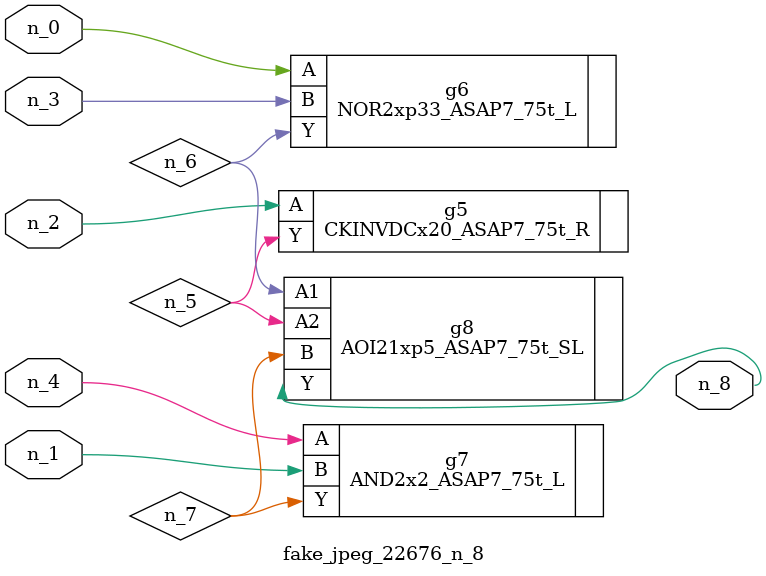
<source format=v>
module fake_jpeg_22676_n_8 (n_3, n_2, n_1, n_0, n_4, n_8);

input n_3;
input n_2;
input n_1;
input n_0;
input n_4;

output n_8;

wire n_6;
wire n_5;
wire n_7;

CKINVDCx20_ASAP7_75t_R g5 ( 
.A(n_2),
.Y(n_5)
);

NOR2xp33_ASAP7_75t_L g6 ( 
.A(n_0),
.B(n_3),
.Y(n_6)
);

AND2x2_ASAP7_75t_L g7 ( 
.A(n_4),
.B(n_1),
.Y(n_7)
);

AOI21xp5_ASAP7_75t_SL g8 ( 
.A1(n_6),
.A2(n_5),
.B(n_7),
.Y(n_8)
);


endmodule
</source>
